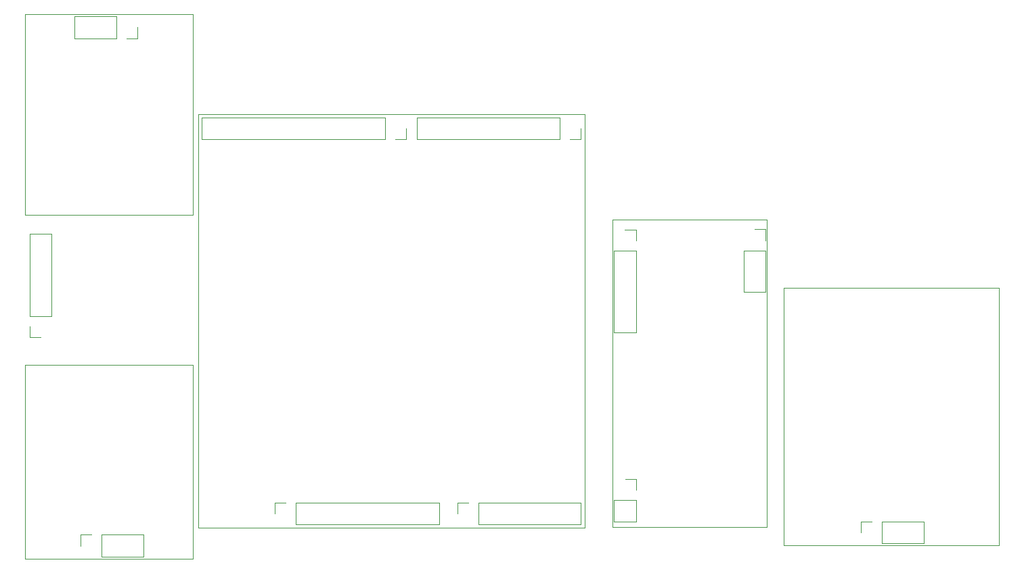
<source format=gbr>
%TF.GenerationSoftware,KiCad,Pcbnew,9.0.6*%
%TF.CreationDate,2025-12-26T21:20:51+11:00*%
%TF.ProjectId,Fipper Zero,46697070-6572-4205-9a65-726f2e6b6963,rev?*%
%TF.SameCoordinates,Original*%
%TF.FileFunction,Legend,Bot*%
%TF.FilePolarity,Positive*%
%FSLAX46Y46*%
G04 Gerber Fmt 4.6, Leading zero omitted, Abs format (unit mm)*
G04 Created by KiCad (PCBNEW 9.0.6) date 2025-12-26 21:20:51*
%MOMM*%
%LPD*%
G01*
G04 APERTURE LIST*
%ADD10C,0.100000*%
%ADD11C,0.120000*%
G04 APERTURE END LIST*
D10*
X127620000Y-62560000D02*
X148630000Y-62560000D01*
X148630000Y-87760000D01*
X127620000Y-87760000D01*
X127620000Y-62560000D01*
X222560000Y-96920000D02*
X249510000Y-96920000D01*
X249510000Y-129140000D01*
X222560000Y-129140000D01*
X222560000Y-96920000D01*
X149360000Y-75105000D02*
X197630000Y-75105000D01*
X197630000Y-126975000D01*
X149360000Y-126975000D01*
X149360000Y-75105000D01*
X201130000Y-88320000D02*
X220430000Y-88320000D01*
X220430000Y-126820000D01*
X201130000Y-126820000D01*
X201130000Y-88320000D01*
X127680000Y-106570000D02*
X148690000Y-106570000D01*
X148690000Y-130850000D01*
X127680000Y-130850000D01*
X127680000Y-106570000D01*
D11*
%TO.C,IR1*%
X134590000Y-127820000D02*
X134590000Y-129200000D01*
X135970000Y-127820000D02*
X134590000Y-127820000D01*
X137240000Y-127820000D02*
X137240000Y-130580000D01*
X137240000Y-127820000D02*
X142430000Y-127820000D01*
X137240000Y-130580000D02*
X142430000Y-130580000D01*
X142430000Y-127820000D02*
X142430000Y-130580000D01*
%TO.C,J12*%
X217550000Y-92200000D02*
X217550000Y-97390000D01*
X220310000Y-89550000D02*
X218930000Y-89550000D01*
X220310000Y-90930000D02*
X220310000Y-89550000D01*
X220310000Y-92200000D02*
X217550000Y-92200000D01*
X220310000Y-92200000D02*
X220310000Y-97390000D01*
X220310000Y-97390000D02*
X217550000Y-97390000D01*
%TO.C,J10*%
X128220000Y-90150000D02*
X130980000Y-90150000D01*
X128220000Y-100420000D02*
X128220000Y-90150000D01*
X128220000Y-100420000D02*
X130980000Y-100420000D01*
X128220000Y-101690000D02*
X128220000Y-103070000D01*
X128220000Y-103070000D02*
X129600000Y-103070000D01*
X130980000Y-100420000D02*
X130980000Y-90150000D01*
%TO.C,J11*%
X201330000Y-123495000D02*
X201330000Y-126145000D01*
X204090000Y-120845000D02*
X202710000Y-120845000D01*
X204090000Y-122225000D02*
X204090000Y-120845000D01*
X204090000Y-123495000D02*
X201330000Y-123495000D01*
X204090000Y-123495000D02*
X204090000Y-126145000D01*
X204090000Y-126145000D02*
X201330000Y-126145000D01*
%TO.C,IR2*%
X133860000Y-65610000D02*
X133860000Y-62850000D01*
X139050000Y-62850000D02*
X133860000Y-62850000D01*
X139050000Y-65610000D02*
X133860000Y-65610000D01*
X139050000Y-65610000D02*
X139050000Y-62850000D01*
X140320000Y-65610000D02*
X141700000Y-65610000D01*
X141700000Y-65610000D02*
X141700000Y-64230000D01*
%TO.C,J4*%
X181740000Y-123785000D02*
X181740000Y-125165000D01*
X183120000Y-123785000D02*
X181740000Y-123785000D01*
X184390000Y-123785000D02*
X184390000Y-126545000D01*
X184390000Y-123785000D02*
X197200000Y-123785000D01*
X184390000Y-126545000D02*
X197200000Y-126545000D01*
X197200000Y-123785000D02*
X197200000Y-126545000D01*
%TO.C,J13*%
X201320000Y-92220000D02*
X201320000Y-102490000D01*
X204080000Y-89570000D02*
X202700000Y-89570000D01*
X204080000Y-90950000D02*
X204080000Y-89570000D01*
X204080000Y-92220000D02*
X201320000Y-92220000D01*
X204080000Y-92220000D02*
X204080000Y-102490000D01*
X204080000Y-102490000D02*
X201320000Y-102490000D01*
%TO.C,J2*%
X158900000Y-123775000D02*
X158900000Y-125155000D01*
X160280000Y-123775000D02*
X158900000Y-123775000D01*
X161550000Y-123775000D02*
X161550000Y-126535000D01*
X161550000Y-123775000D02*
X179440000Y-123775000D01*
X161550000Y-126535000D02*
X179440000Y-126535000D01*
X179440000Y-123775000D02*
X179440000Y-126535000D01*
%TO.C,J3*%
X176660000Y-78285000D02*
X176660000Y-75525000D01*
X194550000Y-75525000D02*
X176660000Y-75525000D01*
X194550000Y-78285000D02*
X176660000Y-78285000D01*
X194550000Y-78285000D02*
X194550000Y-75525000D01*
X195820000Y-78285000D02*
X197200000Y-78285000D01*
X197200000Y-78285000D02*
X197200000Y-76905000D01*
%TO.C,J9*%
X232210000Y-126150000D02*
X232210000Y-127530000D01*
X233590000Y-126150000D02*
X232210000Y-126150000D01*
X234860000Y-126150000D02*
X234860000Y-128910000D01*
X234860000Y-126150000D02*
X240050000Y-126150000D01*
X234860000Y-128910000D02*
X240050000Y-128910000D01*
X240050000Y-126150000D02*
X240050000Y-128910000D01*
%TO.C,J1*%
X149730000Y-78285000D02*
X149730000Y-75525000D01*
X172700000Y-75525000D02*
X149730000Y-75525000D01*
X172700000Y-78285000D02*
X149730000Y-78285000D01*
X172700000Y-78285000D02*
X172700000Y-75525000D01*
X173970000Y-78285000D02*
X175350000Y-78285000D01*
X175350000Y-78285000D02*
X175350000Y-76905000D01*
%TD*%
M02*

</source>
